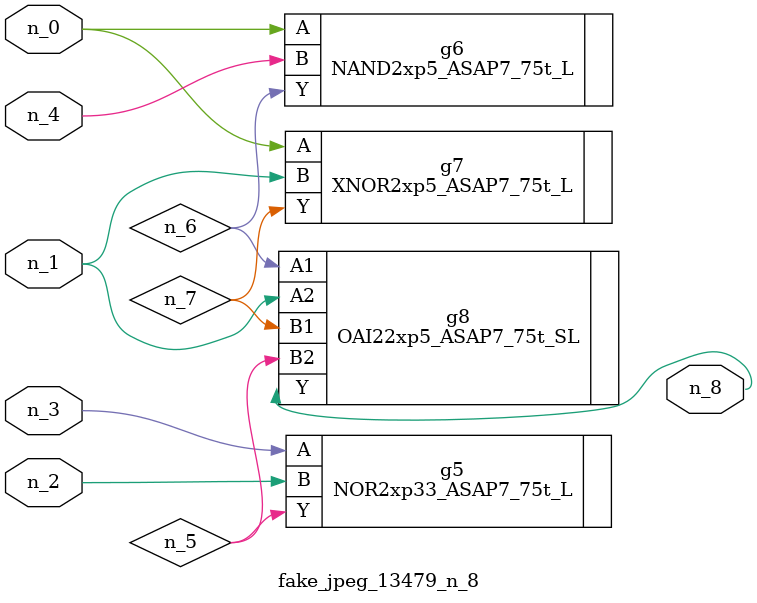
<source format=v>
module fake_jpeg_13479_n_8 (n_3, n_2, n_1, n_0, n_4, n_8);

input n_3;
input n_2;
input n_1;
input n_0;
input n_4;

output n_8;

wire n_6;
wire n_5;
wire n_7;

NOR2xp33_ASAP7_75t_L g5 ( 
.A(n_3),
.B(n_2),
.Y(n_5)
);

NAND2xp5_ASAP7_75t_L g6 ( 
.A(n_0),
.B(n_4),
.Y(n_6)
);

XNOR2xp5_ASAP7_75t_L g7 ( 
.A(n_0),
.B(n_1),
.Y(n_7)
);

OAI22xp5_ASAP7_75t_SL g8 ( 
.A1(n_6),
.A2(n_1),
.B1(n_7),
.B2(n_5),
.Y(n_8)
);


endmodule
</source>
